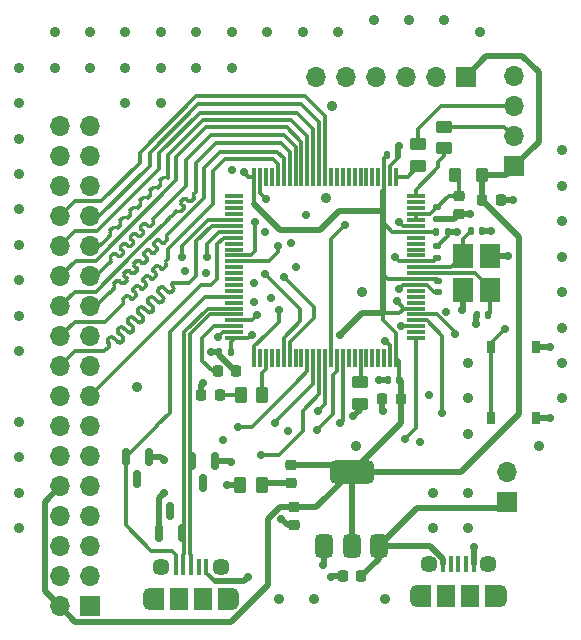
<source format=gbr>
%TF.GenerationSoftware,KiCad,Pcbnew,9.0.0*%
%TF.CreationDate,2025-03-28T00:35:08-07:00*%
%TF.ProjectId,stm32f429vit6_v1,73746d33-3266-4343-9239-766974365f76,rev?*%
%TF.SameCoordinates,Original*%
%TF.FileFunction,Copper,L1,Top*%
%TF.FilePolarity,Positive*%
%FSLAX46Y46*%
G04 Gerber Fmt 4.6, Leading zero omitted, Abs format (unit mm)*
G04 Created by KiCad (PCBNEW 9.0.0) date 2025-03-28 00:35:08*
%MOMM*%
%LPD*%
G01*
G04 APERTURE LIST*
G04 Aperture macros list*
%AMRoundRect*
0 Rectangle with rounded corners*
0 $1 Rounding radius*
0 $2 $3 $4 $5 $6 $7 $8 $9 X,Y pos of 4 corners*
0 Add a 4 corners polygon primitive as box body*
4,1,4,$2,$3,$4,$5,$6,$7,$8,$9,$2,$3,0*
0 Add four circle primitives for the rounded corners*
1,1,$1+$1,$2,$3*
1,1,$1+$1,$4,$5*
1,1,$1+$1,$6,$7*
1,1,$1+$1,$8,$9*
0 Add four rect primitives between the rounded corners*
20,1,$1+$1,$2,$3,$4,$5,0*
20,1,$1+$1,$4,$5,$6,$7,0*
20,1,$1+$1,$6,$7,$8,$9,0*
20,1,$1+$1,$8,$9,$2,$3,0*%
G04 Aperture macros list end*
%TA.AperFunction,ComponentPad*%
%ADD10R,1.700000X1.700000*%
%TD*%
%TA.AperFunction,ComponentPad*%
%ADD11O,1.700000X1.700000*%
%TD*%
%TA.AperFunction,SMDPad,CuDef*%
%ADD12RoundRect,0.150000X-0.150000X0.587500X-0.150000X-0.587500X0.150000X-0.587500X0.150000X0.587500X0*%
%TD*%
%TA.AperFunction,SMDPad,CuDef*%
%ADD13RoundRect,0.150000X0.150000X-0.587500X0.150000X0.587500X-0.150000X0.587500X-0.150000X-0.587500X0*%
%TD*%
%TA.AperFunction,SMDPad,CuDef*%
%ADD14RoundRect,0.218750X-0.218750X-0.256250X0.218750X-0.256250X0.218750X0.256250X-0.218750X0.256250X0*%
%TD*%
%TA.AperFunction,SMDPad,CuDef*%
%ADD15RoundRect,0.140000X-0.170000X0.140000X-0.170000X-0.140000X0.170000X-0.140000X0.170000X0.140000X0*%
%TD*%
%TA.AperFunction,SMDPad,CuDef*%
%ADD16RoundRect,0.225000X-0.250000X0.225000X-0.250000X-0.225000X0.250000X-0.225000X0.250000X0.225000X0*%
%TD*%
%TA.AperFunction,SMDPad,CuDef*%
%ADD17R,0.750000X1.000000*%
%TD*%
%TA.AperFunction,SMDPad,CuDef*%
%ADD18RoundRect,0.250000X0.450000X-0.262500X0.450000X0.262500X-0.450000X0.262500X-0.450000X-0.262500X0*%
%TD*%
%TA.AperFunction,SMDPad,CuDef*%
%ADD19R,0.400000X1.350000*%
%TD*%
%TA.AperFunction,HeatsinkPad*%
%ADD20O,1.200000X1.900000*%
%TD*%
%TA.AperFunction,SMDPad,CuDef*%
%ADD21R,1.200000X1.900000*%
%TD*%
%TA.AperFunction,HeatsinkPad*%
%ADD22C,1.450000*%
%TD*%
%TA.AperFunction,SMDPad,CuDef*%
%ADD23R,1.500000X1.900000*%
%TD*%
%TA.AperFunction,SMDPad,CuDef*%
%ADD24RoundRect,0.140000X0.140000X0.170000X-0.140000X0.170000X-0.140000X-0.170000X0.140000X-0.170000X0*%
%TD*%
%TA.AperFunction,SMDPad,CuDef*%
%ADD25RoundRect,0.250000X-0.262500X-0.450000X0.262500X-0.450000X0.262500X0.450000X-0.262500X0.450000X0*%
%TD*%
%TA.AperFunction,SMDPad,CuDef*%
%ADD26R,1.800000X2.100000*%
%TD*%
%TA.AperFunction,SMDPad,CuDef*%
%ADD27RoundRect,0.225000X0.225000X0.250000X-0.225000X0.250000X-0.225000X-0.250000X0.225000X-0.250000X0*%
%TD*%
%TA.AperFunction,SMDPad,CuDef*%
%ADD28RoundRect,0.218750X0.256250X-0.218750X0.256250X0.218750X-0.256250X0.218750X-0.256250X-0.218750X0*%
%TD*%
%TA.AperFunction,SMDPad,CuDef*%
%ADD29RoundRect,0.140000X-0.140000X-0.170000X0.140000X-0.170000X0.140000X0.170000X-0.140000X0.170000X0*%
%TD*%
%TA.AperFunction,SMDPad,CuDef*%
%ADD30RoundRect,0.225000X-0.225000X-0.250000X0.225000X-0.250000X0.225000X0.250000X-0.225000X0.250000X0*%
%TD*%
%TA.AperFunction,SMDPad,CuDef*%
%ADD31RoundRect,0.375000X0.375000X-0.625000X0.375000X0.625000X-0.375000X0.625000X-0.375000X-0.625000X0*%
%TD*%
%TA.AperFunction,SMDPad,CuDef*%
%ADD32RoundRect,0.500000X1.400000X-0.500000X1.400000X0.500000X-1.400000X0.500000X-1.400000X-0.500000X0*%
%TD*%
%TA.AperFunction,SMDPad,CuDef*%
%ADD33RoundRect,0.250000X-0.275000X-0.350000X0.275000X-0.350000X0.275000X0.350000X-0.275000X0.350000X0*%
%TD*%
%TA.AperFunction,SMDPad,CuDef*%
%ADD34RoundRect,0.250000X0.262500X0.450000X-0.262500X0.450000X-0.262500X-0.450000X0.262500X-0.450000X0*%
%TD*%
%TA.AperFunction,SMDPad,CuDef*%
%ADD35RoundRect,0.075000X0.725000X0.075000X-0.725000X0.075000X-0.725000X-0.075000X0.725000X-0.075000X0*%
%TD*%
%TA.AperFunction,SMDPad,CuDef*%
%ADD36RoundRect,0.075000X0.075000X0.725000X-0.075000X0.725000X-0.075000X-0.725000X0.075000X-0.725000X0*%
%TD*%
%TA.AperFunction,ViaPad*%
%ADD37C,0.700000*%
%TD*%
%TA.AperFunction,ViaPad*%
%ADD38C,0.900000*%
%TD*%
%TA.AperFunction,Conductor*%
%ADD39C,0.300000*%
%TD*%
%TA.AperFunction,Conductor*%
%ADD40C,0.500000*%
%TD*%
G04 APERTURE END LIST*
D10*
%TO.P,J6,1,Pin_1*%
%TO.N,GND*%
X163000000Y-104610000D03*
D11*
%TO.P,J6,2,Pin_2*%
%TO.N,+3.3V*%
X160460000Y-104610000D03*
%TO.P,J6,3,Pin_3*%
%TO.N,/TP_SDO*%
X163000000Y-102070000D03*
%TO.P,J6,4,Pin_4*%
%TO.N,/TP_SDI*%
X160460000Y-102070000D03*
%TO.P,J6,5,Pin_5*%
%TO.N,/TP_SCK*%
X163000000Y-99530000D03*
%TO.P,J6,6,Pin_6*%
%TO.N,/TP_CS*%
X160460000Y-99530000D03*
%TO.P,J6,7,Pin_7*%
%TO.N,/TP_IRQ*%
X163000000Y-96990000D03*
%TO.P,J6,8,Pin_8*%
%TO.N,/BL_PWM*%
X160460000Y-96990000D03*
%TO.P,J6,9,Pin_9*%
%TO.N,GND*%
X163000000Y-94450000D03*
%TO.P,J6,10,Pin_10*%
%TO.N,+3.3V*%
X160460000Y-94450000D03*
%TO.P,J6,11,Pin_11*%
%TO.N,unconnected-(J6-Pin_11-Pad11)*%
X163000000Y-91910000D03*
%TO.P,J6,12,Pin_12*%
%TO.N,/LCD_NRST*%
X160460000Y-91910000D03*
%TO.P,J6,13,Pin_13*%
%TO.N,/FMC_NOE*%
X163000000Y-89370000D03*
%TO.P,J6,14,Pin_14*%
%TO.N,/FMC_NWE*%
X160460000Y-89370000D03*
%TO.P,J6,15,Pin_15*%
%TO.N,/FMC_A16*%
X163000000Y-86830000D03*
%TO.P,J6,16,Pin_16*%
%TO.N,/FMC_NE1*%
X160460000Y-86830000D03*
%TO.P,J6,17,Pin_17*%
%TO.N,/FMC_D15*%
X163000000Y-84290000D03*
%TO.P,J6,18,Pin_18*%
%TO.N,/FMC_D14*%
X160460000Y-84290000D03*
%TO.P,J6,19,Pin_19*%
%TO.N,/FMC_D13*%
X163000000Y-81750000D03*
%TO.P,J6,20,Pin_20*%
%TO.N,/FMC_D12*%
X160460000Y-81750000D03*
%TO.P,J6,21,Pin_21*%
%TO.N,/FMC_D11*%
X163000000Y-79210000D03*
%TO.P,J6,22,Pin_22*%
%TO.N,/FMC_D10*%
X160460000Y-79210000D03*
%TO.P,J6,23,Pin_23*%
%TO.N,/FMC_D9*%
X163000000Y-76670000D03*
%TO.P,J6,24,Pin_24*%
%TO.N,/FMC_D8*%
X160460000Y-76670000D03*
%TO.P,J6,25,Pin_25*%
%TO.N,/FMC_D7*%
X163000000Y-74130000D03*
%TO.P,J6,26,Pin_26*%
%TO.N,/FMC_D6*%
X160460000Y-74130000D03*
%TO.P,J6,27,Pin_27*%
%TO.N,/FMC_D5*%
X163000000Y-71590000D03*
%TO.P,J6,28,Pin_28*%
%TO.N,/FMC_D4*%
X160460000Y-71590000D03*
%TO.P,J6,29,Pin_29*%
%TO.N,/FMC_D3*%
X163000000Y-69050000D03*
%TO.P,J6,30,Pin_30*%
%TO.N,/FMC_D2*%
X160460000Y-69050000D03*
%TO.P,J6,31,Pin_31*%
%TO.N,/FMC_D1*%
X163000000Y-66510000D03*
%TO.P,J6,32,Pin_32*%
%TO.N,/FMC_D0*%
X160460000Y-66510000D03*
%TO.P,J6,33,Pin_33*%
%TO.N,unconnected-(J6-Pin_33-Pad33)*%
X163000000Y-63970000D03*
%TO.P,J6,34,Pin_34*%
%TO.N,unconnected-(J6-Pin_34-Pad34)*%
X160460000Y-63970000D03*
%TD*%
D12*
%TO.P,D4,3*%
%TO.N,N/C*%
X172600000Y-94150000D03*
%TO.P,D4,2,A2*%
%TO.N,/USB_OTG_FS_D+*%
X171650000Y-92275000D03*
%TO.P,D4,1,A1*%
%TO.N,GND*%
X173550000Y-92275000D03*
%TD*%
D13*
%TO.P,D3,3*%
%TO.N,N/C*%
X169800000Y-96525000D03*
%TO.P,D3,2,A2*%
%TO.N,/USB_OTG_FS_D-*%
X170750000Y-98400000D03*
%TO.P,D3,1,A1*%
%TO.N,GND*%
X168850000Y-98400000D03*
%TD*%
D12*
%TO.P,D2,3*%
%TO.N,N/C*%
X167000000Y-93800000D03*
%TO.P,D2,2,A2*%
%TO.N,/USB_OTG_FS_VBUS*%
X166050000Y-91925000D03*
%TO.P,D2,1,A1*%
%TO.N,GND*%
X167950000Y-91925000D03*
%TD*%
D14*
%TO.P,D5,2,A*%
%TO.N,Net-(D5-A)*%
X174000000Y-86750000D03*
%TO.P,D5,1,K*%
%TO.N,GND*%
X172425000Y-86750000D03*
%TD*%
D15*
%TO.P,C9,1*%
%TO.N,+3.3V*%
X192500000Y-77020000D03*
%TO.P,C9,2*%
%TO.N,GND*%
X192500000Y-77980000D03*
%TD*%
D16*
%TO.P,C13,1*%
%TO.N,+3.3V*%
X180250000Y-96200000D03*
%TO.P,C13,2*%
%TO.N,GND*%
X180250000Y-97750000D03*
%TD*%
D17*
%TO.P,SW1,2,2*%
%TO.N,/SWD_NRST*%
X196975000Y-88650000D03*
X196975000Y-82650000D03*
%TO.P,SW1,1,1*%
%TO.N,GND*%
X200725000Y-88650000D03*
X200725000Y-82650000D03*
%TD*%
D18*
%TO.P,R3,1*%
%TO.N,/USART2_TX*%
X193000000Y-65812500D03*
%TO.P,R3,2*%
%TO.N,Net-(J1-Pin_2)*%
X193000000Y-63987500D03*
%TD*%
D19*
%TO.P,J2,1,VBUS*%
%TO.N,/USB_OTG_FS_VBUS*%
X170250000Y-101287500D03*
%TO.P,J2,2,D-*%
%TO.N,/USB_OTG_FS_D-*%
X170900000Y-101287500D03*
%TO.P,J2,3,D+*%
%TO.N,/USB_OTG_FS_D+*%
X171550000Y-101287500D03*
%TO.P,J2,4,ID*%
%TO.N,unconnected-(J2-ID-Pad4)*%
X172200000Y-101287500D03*
%TO.P,J2,5,GND*%
%TO.N,GND*%
X172850000Y-101287500D03*
D20*
%TO.P,J2,6,Shield*%
%TO.N,unconnected-(J2-Shield-Pad6)_5*%
X168050000Y-103987500D03*
D21*
%TO.N,unconnected-(J2-Shield-Pad6)_1*%
X168650000Y-103987500D03*
D22*
%TO.N,unconnected-(J2-Shield-Pad6)*%
X169050000Y-101287500D03*
D23*
%TO.N,unconnected-(J2-Shield-Pad6)_7*%
X170550000Y-103987500D03*
%TO.N,unconnected-(J2-Shield-Pad6)_6*%
X172550000Y-103987500D03*
D22*
%TO.N,unconnected-(J2-Shield-Pad6)_4*%
X174050000Y-101287500D03*
D21*
%TO.N,unconnected-(J2-Shield-Pad6)_2*%
X174450000Y-103987500D03*
D20*
%TO.N,unconnected-(J2-Shield-Pad6)_3*%
X175050000Y-103987500D03*
%TD*%
D24*
%TO.P,C15,1*%
%TO.N,/HSE_IN*%
X196700000Y-79930000D03*
%TO.P,C15,2*%
%TO.N,GND*%
X195740000Y-79930000D03*
%TD*%
D18*
%TO.P,R2,1*%
%TO.N,GND*%
X185850000Y-87462500D03*
%TO.P,R2,2*%
%TO.N,/BOOT0*%
X185850000Y-85637500D03*
%TD*%
D25*
%TO.P,R5,1*%
%TO.N,Net-(D5-A)*%
X175750000Y-86750000D03*
%TO.P,R5,2*%
%TO.N,/DEBUG_LED*%
X177575000Y-86750000D03*
%TD*%
D26*
%TO.P,Y1,1,1*%
%TO.N,/HSE_IN*%
X196850000Y-77800000D03*
%TO.P,Y1,2,2*%
%TO.N,GND*%
X196850000Y-74900000D03*
%TO.P,Y1,3,3*%
%TO.N,/HSE_OUT*%
X194550000Y-74900000D03*
%TO.P,Y1,4,4*%
%TO.N,GND*%
X194550000Y-77800000D03*
%TD*%
D16*
%TO.P,C2,1*%
%TO.N,+3.3VA*%
X194200000Y-69850000D03*
%TO.P,C2,2*%
%TO.N,GND*%
X194200000Y-71400000D03*
%TD*%
D27*
%TO.P,C12,1*%
%TO.N,+5V*%
X185975000Y-102050000D03*
%TO.P,C12,2*%
%TO.N,GND*%
X184425000Y-102050000D03*
%TD*%
D28*
%TO.P,D1,1,K*%
%TO.N,Net-(D1-K)*%
X180050000Y-94187500D03*
%TO.P,D1,2,A*%
%TO.N,+3.3V*%
X180050000Y-92612500D03*
%TD*%
D15*
%TO.P,C14,1*%
%TO.N,GND*%
X192400000Y-74120000D03*
%TO.P,C14,2*%
%TO.N,/SWD_NRST*%
X192400000Y-75080000D03*
%TD*%
D29*
%TO.P,C16,1*%
%TO.N,/HSE_OUT*%
X195240000Y-72800000D03*
%TO.P,C16,2*%
%TO.N,GND*%
X196200000Y-72800000D03*
%TD*%
D30*
%TO.P,C18,1*%
%TO.N,/VCAP2*%
X173825000Y-84700000D03*
%TO.P,C18,2*%
%TO.N,GND*%
X175375000Y-84700000D03*
%TD*%
D19*
%TO.P,J4,1,VBUS*%
%TO.N,+5V*%
X192870000Y-101040000D03*
%TO.P,J4,2,D-*%
%TO.N,unconnected-(J4-D--Pad2)*%
X193520000Y-101040000D03*
%TO.P,J4,3,D+*%
%TO.N,unconnected-(J4-D+-Pad3)*%
X194170000Y-101040000D03*
%TO.P,J4,4,ID*%
%TO.N,unconnected-(J4-ID-Pad4)*%
X194820000Y-101040000D03*
%TO.P,J4,5,GND*%
%TO.N,GND*%
X195470000Y-101040000D03*
D20*
%TO.P,J4,6,Shield*%
%TO.N,unconnected-(J4-Shield-Pad6)_4*%
X190670000Y-103740000D03*
D21*
%TO.N,unconnected-(J4-Shield-Pad6)_7*%
X191270000Y-103740000D03*
D22*
%TO.N,unconnected-(J4-Shield-Pad6)_3*%
X191670000Y-101040000D03*
D23*
%TO.N,unconnected-(J4-Shield-Pad6)_6*%
X193170000Y-103740000D03*
%TO.N,unconnected-(J4-Shield-Pad6)*%
X195170000Y-103740000D03*
D22*
%TO.N,unconnected-(J4-Shield-Pad6)_5*%
X196670000Y-101040000D03*
D21*
%TO.N,unconnected-(J4-Shield-Pad6)_1*%
X197070000Y-103740000D03*
D20*
%TO.N,unconnected-(J4-Shield-Pad6)_2*%
X197670000Y-103740000D03*
%TD*%
D31*
%TO.P,U1,1,GND*%
%TO.N,GND*%
X182850000Y-99500000D03*
%TO.P,U1,2,VO*%
%TO.N,+3.3V*%
X185150000Y-99500000D03*
D32*
X185150000Y-93200000D03*
D31*
%TO.P,U1,3,VI*%
%TO.N,+5V*%
X187450000Y-99500000D03*
%TD*%
D29*
%TO.P,C4,1*%
%TO.N,+3.3V*%
X188120000Y-66400000D03*
%TO.P,C4,2*%
%TO.N,GND*%
X189080000Y-66400000D03*
%TD*%
D15*
%TO.P,C1,1*%
%TO.N,+3.3VA*%
X192400000Y-70820000D03*
%TO.P,C1,2*%
%TO.N,GND*%
X192400000Y-71780000D03*
%TD*%
D10*
%TO.P,J5,1,Pin_1*%
%TO.N,+5V*%
X198300000Y-95775000D03*
D11*
%TO.P,J5,2,Pin_2*%
%TO.N,GND*%
X198300000Y-93235000D03*
%TD*%
D24*
%TO.P,C7,1*%
%TO.N,+3.3V*%
X189160000Y-85400000D03*
%TO.P,C7,2*%
%TO.N,GND*%
X188200000Y-85400000D03*
%TD*%
D10*
%TO.P,J3,1,Pin_1*%
%TO.N,+3.3V*%
X194800000Y-59750000D03*
D11*
%TO.P,J3,2,Pin_2*%
%TO.N,/SWD_NRST*%
X192260000Y-59750000D03*
%TO.P,J3,3,Pin_3*%
%TO.N,/SWDIO*%
X189720000Y-59750000D03*
%TO.P,J3,4,Pin_4*%
%TO.N,/SWDCLK*%
X187180000Y-59750000D03*
%TO.P,J3,5,Pin_5*%
%TO.N,/SWDO*%
X184640000Y-59750000D03*
%TO.P,J3,6,Pin_6*%
%TO.N,GND*%
X182100000Y-59750000D03*
%TD*%
D10*
%TO.P,J1,1,Pin_1*%
%TO.N,+3.3V*%
X198900000Y-67350000D03*
D11*
%TO.P,J1,2,Pin_2*%
%TO.N,Net-(J1-Pin_2)*%
X198900000Y-64810000D03*
%TO.P,J1,3,Pin_3*%
%TO.N,Net-(J1-Pin_3)*%
X198900000Y-62270000D03*
%TO.P,J1,4,Pin_4*%
%TO.N,GND*%
X198900000Y-59730000D03*
%TD*%
D24*
%TO.P,C6,1*%
%TO.N,+3.3V*%
X174900000Y-83100000D03*
%TO.P,C6,2*%
%TO.N,GND*%
X173940000Y-83100000D03*
%TD*%
D29*
%TO.P,C10,1*%
%TO.N,+3.3V*%
X192320000Y-72900000D03*
%TO.P,C10,2*%
%TO.N,GND*%
X193280000Y-72900000D03*
%TD*%
D30*
%TO.P,C3,1*%
%TO.N,+3.3V*%
X196225000Y-70200000D03*
%TO.P,C3,2*%
%TO.N,GND*%
X197775000Y-70200000D03*
%TD*%
D33*
%TO.P,FB1,1*%
%TO.N,+3.3VA*%
X193900000Y-68050000D03*
%TO.P,FB1,2*%
%TO.N,+3.3V*%
X196200000Y-68050000D03*
%TD*%
D27*
%TO.P,C11,1*%
%TO.N,+3.3V*%
X189300000Y-87050000D03*
%TO.P,C11,2*%
%TO.N,GND*%
X187750000Y-87050000D03*
%TD*%
D18*
%TO.P,R4,1*%
%TO.N,/USART2_RX*%
X190800000Y-67300000D03*
%TO.P,R4,2*%
%TO.N,Net-(J1-Pin_3)*%
X190800000Y-65475000D03*
%TD*%
D34*
%TO.P,R1,1*%
%TO.N,Net-(D1-K)*%
X177525000Y-94300000D03*
%TO.P,R1,2*%
%TO.N,GND*%
X175700000Y-94300000D03*
%TD*%
D35*
%TO.P,U2,1,PE2*%
%TO.N,/TP_SCK*%
X190575000Y-81890000D03*
%TO.P,U2,2,PE3*%
%TO.N,unconnected-(U2-PE3-Pad2)*%
X190575000Y-81390000D03*
%TO.P,U2,3,PE4*%
%TO.N,/TP_CS*%
X190575000Y-80890000D03*
%TO.P,U2,4,PE5*%
%TO.N,/TP_SDO*%
X190575000Y-80390000D03*
%TO.P,U2,5,PE6*%
%TO.N,/TP_SDI*%
X190575000Y-79890000D03*
%TO.P,U2,6,VBAT*%
%TO.N,+3.3V*%
X190575000Y-79390000D03*
%TO.P,U2,7,PC13*%
%TO.N,unconnected-(U2-PC13-Pad7)*%
X190575000Y-78890000D03*
%TO.P,U2,8,PC14*%
%TO.N,unconnected-(U2-PC14-Pad8)*%
X190575000Y-78390000D03*
%TO.P,U2,9,PC15*%
%TO.N,unconnected-(U2-PC15-Pad9)*%
X190575000Y-77890000D03*
%TO.P,U2,10,VSS*%
%TO.N,GND*%
X190575000Y-77390000D03*
%TO.P,U2,11,VDD*%
%TO.N,+3.3V*%
X190575000Y-76890000D03*
%TO.P,U2,12,PH0*%
%TO.N,/HSE_IN*%
X190575000Y-76390000D03*
%TO.P,U2,13,PH1*%
%TO.N,/HSE_OUT*%
X190575000Y-75890000D03*
%TO.P,U2,14,NRST*%
%TO.N,/SWD_NRST*%
X190575000Y-75390000D03*
%TO.P,U2,15,PC0*%
%TO.N,unconnected-(U2-PC0-Pad15)*%
X190575000Y-74890000D03*
%TO.P,U2,16,PC1*%
%TO.N,unconnected-(U2-PC1-Pad16)*%
X190575000Y-74390000D03*
%TO.P,U2,17,PC2*%
%TO.N,unconnected-(U2-PC2-Pad17)*%
X190575000Y-73890000D03*
%TO.P,U2,18,PC3*%
%TO.N,unconnected-(U2-PC3-Pad18)*%
X190575000Y-73390000D03*
%TO.P,U2,19,VDD*%
%TO.N,+3.3V*%
X190575000Y-72890000D03*
%TO.P,U2,20,VSSA*%
%TO.N,GND*%
X190575000Y-72390000D03*
%TO.P,U2,21,VREF+*%
%TO.N,+3.3VA*%
X190575000Y-71890000D03*
%TO.P,U2,22,VDDA*%
X190575000Y-71390000D03*
%TO.P,U2,23,PA0*%
%TO.N,unconnected-(U2-PA0-Pad23)*%
X190575000Y-70890000D03*
%TO.P,U2,24,PA1*%
%TO.N,unconnected-(U2-PA1-Pad24)*%
X190575000Y-70390000D03*
%TO.P,U2,25,PA2*%
%TO.N,/USART2_TX*%
X190575000Y-69890000D03*
D36*
%TO.P,U2,26,PA3*%
%TO.N,/USART2_RX*%
X188900000Y-68215000D03*
%TO.P,U2,27,VSS*%
%TO.N,GND*%
X188400000Y-68215000D03*
%TO.P,U2,28,VDD*%
%TO.N,+3.3V*%
X187900000Y-68215000D03*
%TO.P,U2,29,PA4*%
%TO.N,unconnected-(U2-PA4-Pad29)*%
X187400000Y-68215000D03*
%TO.P,U2,30,PA5*%
%TO.N,unconnected-(U2-PA5-Pad30)*%
X186900000Y-68215000D03*
%TO.P,U2,31,PA6*%
%TO.N,unconnected-(U2-PA6-Pad31)*%
X186400000Y-68215000D03*
%TO.P,U2,32,PA7*%
%TO.N,unconnected-(U2-PA7-Pad32)*%
X185900000Y-68215000D03*
%TO.P,U2,33,PC4*%
%TO.N,unconnected-(U2-PC4-Pad33)*%
X185400000Y-68215000D03*
%TO.P,U2,34,PC5*%
%TO.N,unconnected-(U2-PC5-Pad34)*%
X184900000Y-68215000D03*
%TO.P,U2,35,PB0*%
%TO.N,unconnected-(U2-PB0-Pad35)*%
X184400000Y-68215000D03*
%TO.P,U2,36,PB1*%
%TO.N,unconnected-(U2-PB1-Pad36)*%
X183900000Y-68215000D03*
%TO.P,U2,37,PB2*%
%TO.N,unconnected-(U2-PB2-Pad37)*%
X183400000Y-68215000D03*
%TO.P,U2,38,PE7*%
%TO.N,/FMC_D4*%
X182900000Y-68215000D03*
%TO.P,U2,39,PE8*%
%TO.N,/FMC_D5*%
X182400000Y-68215000D03*
%TO.P,U2,40,PE9*%
%TO.N,/FMC_D6*%
X181900000Y-68215000D03*
%TO.P,U2,41,PE10*%
%TO.N,/FMC_D7*%
X181400000Y-68215000D03*
%TO.P,U2,42,PE11*%
%TO.N,/FMC_D8*%
X180900000Y-68215000D03*
%TO.P,U2,43,PE12*%
%TO.N,/FMC_D9*%
X180400000Y-68215000D03*
%TO.P,U2,44,PE13*%
%TO.N,/FMC_D10*%
X179900000Y-68215000D03*
%TO.P,U2,45,PE14*%
%TO.N,/FMC_D11*%
X179400000Y-68215000D03*
%TO.P,U2,46,PE15*%
%TO.N,/FMC_D12*%
X178900000Y-68215000D03*
%TO.P,U2,47,PB10*%
%TO.N,unconnected-(U2-PB10-Pad47)*%
X178400000Y-68215000D03*
%TO.P,U2,48,PB11*%
%TO.N,unconnected-(U2-PB11-Pad48)*%
X177900000Y-68215000D03*
%TO.P,U2,49,VCAP_1*%
%TO.N,/VCAP1*%
X177400000Y-68215000D03*
%TO.P,U2,50,VDD*%
%TO.N,+3.3V*%
X176900000Y-68215000D03*
D35*
%TO.P,U2,51,PB12*%
%TO.N,unconnected-(U2-PB12-Pad51)*%
X175225000Y-69890000D03*
%TO.P,U2,52,PB13*%
%TO.N,unconnected-(U2-PB13-Pad52)*%
X175225000Y-70390000D03*
%TO.P,U2,53,PB14*%
%TO.N,unconnected-(U2-PB14-Pad53)*%
X175225000Y-70890000D03*
%TO.P,U2,54,PB15*%
%TO.N,unconnected-(U2-PB15-Pad54)*%
X175225000Y-71390000D03*
%TO.P,U2,55,PD8*%
%TO.N,/FMC_D13*%
X175225000Y-71890000D03*
%TO.P,U2,56,PD9*%
%TO.N,/FMC_D14*%
X175225000Y-72390000D03*
%TO.P,U2,57,PD10*%
%TO.N,/FMC_D15*%
X175225000Y-72890000D03*
%TO.P,U2,58,PD11*%
%TO.N,/FMC_A16*%
X175225000Y-73390000D03*
%TO.P,U2,59,PD12*%
%TO.N,unconnected-(U2-PD12-Pad59)*%
X175225000Y-73890000D03*
%TO.P,U2,60,PD13*%
%TO.N,unconnected-(U2-PD13-Pad60)*%
X175225000Y-74390000D03*
%TO.P,U2,61,PD14*%
%TO.N,/FMC_D0*%
X175225000Y-74890000D03*
%TO.P,U2,62,PD15*%
%TO.N,/FMC_D1*%
X175225000Y-75390000D03*
%TO.P,U2,63,PC6*%
%TO.N,unconnected-(U2-PC6-Pad63)*%
X175225000Y-75890000D03*
%TO.P,U2,64,PC7*%
%TO.N,unconnected-(U2-PC7-Pad64)*%
X175225000Y-76390000D03*
%TO.P,U2,65,PC8*%
%TO.N,unconnected-(U2-PC8-Pad65)*%
X175225000Y-76890000D03*
%TO.P,U2,66,PC9*%
%TO.N,unconnected-(U2-PC9-Pad66)*%
X175225000Y-77390000D03*
%TO.P,U2,67,PA8*%
%TO.N,unconnected-(U2-PA8-Pad67)*%
X175225000Y-77890000D03*
%TO.P,U2,68,PA9*%
%TO.N,/USB_OTG_FS_VBUS*%
X175225000Y-78390000D03*
%TO.P,U2,69,PA10*%
%TO.N,unconnected-(U2-PA10-Pad69)*%
X175225000Y-78890000D03*
%TO.P,U2,70,PA11*%
%TO.N,/USB_OTG_FS_D-*%
X175225000Y-79390000D03*
%TO.P,U2,71,PA12*%
%TO.N,/USB_OTG_FS_D+*%
X175225000Y-79890000D03*
%TO.P,U2,72,PA13*%
%TO.N,/SWDIO*%
X175225000Y-80390000D03*
%TO.P,U2,73,VCAP_2*%
%TO.N,/VCAP2*%
X175225000Y-80890000D03*
%TO.P,U2,74,VSS*%
%TO.N,GND*%
X175225000Y-81390000D03*
%TO.P,U2,75,VDD*%
%TO.N,+3.3V*%
X175225000Y-81890000D03*
D36*
%TO.P,U2,76,PA14*%
%TO.N,/SWDCLK*%
X176900000Y-83565000D03*
%TO.P,U2,77,PA15*%
%TO.N,unconnected-(U2-PA15-Pad77)*%
X177400000Y-83565000D03*
%TO.P,U2,78,PC10*%
%TO.N,/DEBUG_LED*%
X177900000Y-83565000D03*
%TO.P,U2,79,PC11*%
%TO.N,unconnected-(U2-PC11-Pad79)*%
X178400000Y-83565000D03*
%TO.P,U2,80,PC12*%
%TO.N,unconnected-(U2-PC12-Pad80)*%
X178900000Y-83565000D03*
%TO.P,U2,81,PD0*%
%TO.N,/FMC_D2*%
X179400000Y-83565000D03*
%TO.P,U2,82,PD1*%
%TO.N,/FMC_D3*%
X179900000Y-83565000D03*
%TO.P,U2,83,PD2*%
%TO.N,unconnected-(U2-PD2-Pad83)*%
X180400000Y-83565000D03*
%TO.P,U2,84,PD3*%
%TO.N,unconnected-(U2-PD3-Pad84)*%
X180900000Y-83565000D03*
%TO.P,U2,85,PD4*%
%TO.N,/FMC_NOE*%
X181400000Y-83565000D03*
%TO.P,U2,86,PD5*%
%TO.N,/FMC_NWE*%
X181900000Y-83565000D03*
%TO.P,U2,87,PD6*%
%TO.N,/LCD_NRST*%
X182400000Y-83565000D03*
%TO.P,U2,88,PD7*%
%TO.N,/FMC_NE1*%
X182900000Y-83565000D03*
%TO.P,U2,89,PB3*%
%TO.N,/SWDO*%
X183400000Y-83565000D03*
%TO.P,U2,90,PB4*%
%TO.N,/BL_PWM*%
X183900000Y-83565000D03*
%TO.P,U2,91,PB5*%
%TO.N,/TP_IRQ*%
X184400000Y-83565000D03*
%TO.P,U2,92,PB6*%
%TO.N,unconnected-(U2-PB6-Pad92)*%
X184900000Y-83565000D03*
%TO.P,U2,93,PB7*%
%TO.N,unconnected-(U2-PB7-Pad93)*%
X185400000Y-83565000D03*
%TO.P,U2,94,BOOT0*%
%TO.N,/BOOT0*%
X185900000Y-83565000D03*
%TO.P,U2,95,PB8*%
%TO.N,unconnected-(U2-PB8-Pad95)*%
X186400000Y-83565000D03*
%TO.P,U2,96,PB9*%
%TO.N,unconnected-(U2-PB9-Pad96)*%
X186900000Y-83565000D03*
%TO.P,U2,97,PE0*%
%TO.N,unconnected-(U2-PE0-Pad97)*%
X187400000Y-83565000D03*
%TO.P,U2,98,PE1*%
%TO.N,unconnected-(U2-PE1-Pad98)*%
X187900000Y-83565000D03*
%TO.P,U2,99,VSS*%
%TO.N,GND*%
X188400000Y-83565000D03*
%TO.P,U2,100,VDD*%
%TO.N,+3.3V*%
X188900000Y-83565000D03*
%TD*%
D37*
%TO.N,GND*%
X181250000Y-71450000D03*
X174250000Y-90500000D03*
X179750000Y-89750000D03*
D38*
X185500000Y-91000000D03*
X183500000Y-62250000D03*
X183000000Y-70000000D03*
X167000000Y-86000000D03*
X186000000Y-78000000D03*
X195000000Y-90000000D03*
X195000000Y-87000000D03*
X195000000Y-84000000D03*
X203000000Y-66000000D03*
X203000000Y-69000000D03*
X203000000Y-72000000D03*
X203000000Y-75000000D03*
X203000000Y-78000000D03*
X203000000Y-81000000D03*
X203000000Y-84000000D03*
X203000000Y-87000000D03*
X201000000Y-91000000D03*
X195000000Y-95000000D03*
X192000000Y-95000000D03*
X195000000Y-98000000D03*
X192000000Y-98000000D03*
X188000000Y-104000000D03*
X182000000Y-104000000D03*
X179000000Y-104000000D03*
X157000000Y-98000000D03*
X157000000Y-95000000D03*
X157000000Y-92000000D03*
X157000000Y-89000000D03*
X157000000Y-83000000D03*
X157000000Y-80000000D03*
X157000000Y-77000000D03*
X157000000Y-74000000D03*
X157000000Y-71000000D03*
X157000000Y-68000000D03*
X157000000Y-65000000D03*
X157000000Y-62000000D03*
X157000000Y-59000000D03*
X166000000Y-62000000D03*
X169000000Y-62000000D03*
X175000000Y-59000000D03*
X172000000Y-59000000D03*
X169000000Y-59000000D03*
X166000000Y-59000000D03*
X163000000Y-59000000D03*
X160000000Y-59000000D03*
X196000000Y-56000000D03*
X193000000Y-55000000D03*
X190000000Y-55000000D03*
X187000000Y-55000000D03*
X184000000Y-56000000D03*
X181000000Y-56000000D03*
X178000000Y-56000000D03*
X175000000Y-56000000D03*
X172000000Y-56000000D03*
X169000000Y-56000000D03*
X166000000Y-56000000D03*
X163000000Y-56000000D03*
X160000000Y-56000000D03*
D37*
%TO.N,/FMC_NWE*%
X178700000Y-89050000D03*
%TO.N,/BL_PWM*%
X182200000Y-89700000D03*
%TO.N,/SWD_NRST*%
X198150000Y-81150000D03*
%TO.N,/TP_SDI*%
X193900000Y-81550000D03*
%TO.N,/SWDIO*%
X177150000Y-79950000D03*
%TO.N,GND*%
X178350000Y-78500000D03*
X176900000Y-78800000D03*
%TO.N,/SWDCLK*%
X179000000Y-79500000D03*
%TO.N,/FMC_D2*%
X177800000Y-76450000D03*
%TO.N,/FMC_D3*%
X179434052Y-76755407D03*
%TO.N,/TP_SDO*%
X192800000Y-88200000D03*
%TO.N,GND*%
X191700000Y-86750000D03*
X190900000Y-90650000D03*
X176900000Y-77250000D03*
X180450000Y-75850000D03*
X180000000Y-73800000D03*
%TO.N,/FMC_D1*%
X178950000Y-74100000D03*
%TO.N,GND*%
X177800000Y-72900000D03*
X172800000Y-76400000D03*
X171000000Y-76200000D03*
X198800000Y-70200000D03*
X195200000Y-71400000D03*
%TO.N,+3.3V*%
X184200000Y-81600000D03*
%TO.N,GND*%
X195700000Y-80670000D03*
X183400000Y-102100000D03*
X185300000Y-88500000D03*
X176400000Y-102100000D03*
X194500000Y-79550000D03*
X198400000Y-74950000D03*
X174600000Y-94300000D03*
X201950000Y-82650000D03*
X187800000Y-88100000D03*
X189200000Y-65650000D03*
X169300000Y-92200000D03*
X182700000Y-101100000D03*
X201950000Y-88650000D03*
X188000000Y-82100000D03*
X179200000Y-97200000D03*
X173875057Y-81799638D03*
X189200000Y-72100000D03*
X169300000Y-95000000D03*
X189200000Y-77700000D03*
X173200000Y-83100000D03*
X195500000Y-99600000D03*
X174900000Y-92400000D03*
X187460000Y-85400000D03*
X172600000Y-85700000D03*
X175000000Y-67700000D03*
X196940000Y-72800000D03*
X194040000Y-72900000D03*
%TO.N,+3.3V*%
X176000000Y-67800000D03*
X176700000Y-81600000D03*
X189000000Y-78750000D03*
%TO.N,/SWD_NRST*%
X188800000Y-75000000D03*
%TO.N,/VCAP1*%
X177900000Y-70100000D03*
%TO.N,/FMC_NOE*%
X175500000Y-89400000D03*
%TO.N,/LCD_NRST*%
X177500000Y-91800000D03*
%TO.N,/FMC_D13*%
X170750000Y-75000000D03*
%TO.N,/TP_IRQ*%
X184200000Y-89100000D03*
%TO.N,/FMC_NE1*%
X182300000Y-88100000D03*
%TO.N,/FMC_D15*%
X172900000Y-75000000D03*
%TO.N,/TP_SCK*%
X189650000Y-90450000D03*
%TO.N,/TP_CS*%
X189300000Y-80900000D03*
%TO.N,/FMC_D0*%
X177000000Y-72100000D03*
%TO.N,/SWDO*%
X184600000Y-72300000D03*
%TO.N,GND*%
X193144975Y-79655025D03*
%TD*%
D39*
%TO.N,/LCD_NRST*%
X179000000Y-91750000D02*
X177550000Y-91750000D01*
X181000000Y-89750000D02*
X179000000Y-91750000D01*
X181000000Y-88050000D02*
X181000000Y-89750000D01*
X182400000Y-86650000D02*
X181000000Y-88050000D01*
X182400000Y-83565000D02*
X182400000Y-86650000D01*
X177550000Y-91750000D02*
X177500000Y-91800000D01*
%TO.N,/FMC_NWE*%
X178700000Y-89000000D02*
X178700000Y-89050000D01*
X181800000Y-85900000D02*
X178700000Y-89000000D01*
%TO.N,/FMC_D12*%
X166665734Y-77922131D02*
X166771800Y-78028197D01*
X168150665Y-76861470D02*
X168044599Y-76755404D01*
X178900000Y-67150000D02*
X178500000Y-66750000D01*
X167726399Y-77497867D02*
X167514266Y-77710001D01*
X167196068Y-77603935D02*
X167196066Y-77603934D01*
X168893128Y-75906872D02*
X168787061Y-75800805D01*
X168574930Y-76649336D02*
X168362797Y-76861470D01*
X173400000Y-70508472D02*
X169600000Y-74308472D01*
X166771801Y-78028199D02*
X166877868Y-78134266D01*
X165817203Y-78982794D02*
X165605072Y-79194927D01*
X165104065Y-79695935D02*
X164300000Y-80500000D01*
X168468862Y-76331135D02*
X168468863Y-76331137D01*
X166877868Y-78346398D02*
X166665735Y-78558532D01*
X169600000Y-74308472D02*
X169600000Y-75200000D01*
X167620331Y-77179666D02*
X167620332Y-77179668D01*
X178500000Y-66750000D02*
X174400000Y-66750000D01*
X167514265Y-77073600D02*
X167620331Y-77179666D01*
X166453603Y-78558532D02*
X166347537Y-78452466D01*
X166347535Y-78452465D02*
X166241468Y-78346398D01*
X168044597Y-76755403D02*
X167938530Y-76649336D01*
X166029336Y-78346398D02*
X165817203Y-78558530D01*
X168468863Y-76331137D02*
X168574930Y-76437204D01*
X167726398Y-76649336D02*
X167514265Y-76861468D01*
X168362796Y-76225069D02*
X168468862Y-76331135D01*
X167302134Y-77710001D02*
X167196068Y-77603935D01*
X161710000Y-80500000D02*
X160460000Y-81750000D01*
X169600000Y-75200000D02*
X169423461Y-75376539D01*
X165605072Y-79194927D02*
X165104065Y-79695935D01*
X164300000Y-80500000D02*
X161710000Y-80500000D01*
X168044599Y-76755404D02*
X168044597Y-76755403D01*
X178900000Y-68215000D02*
X178900000Y-67150000D01*
X166771800Y-78028197D02*
X166771801Y-78028199D01*
X167620332Y-77179668D02*
X167726399Y-77285735D01*
X169423461Y-75800805D02*
X169211328Y-76012939D01*
X168893130Y-75906873D02*
X168893128Y-75906872D01*
X166877867Y-77497867D02*
X166665734Y-77709999D01*
X168574929Y-75800805D02*
X168362796Y-76012937D01*
X174400000Y-66750000D02*
X173400000Y-67750000D01*
X173400000Y-67750000D02*
X173400000Y-70508472D01*
X168999196Y-76012939D02*
X168893130Y-75906873D01*
X167196066Y-77603934D02*
X167089999Y-77497867D01*
X166347537Y-78452466D02*
X166347535Y-78452465D01*
X165817203Y-78558530D02*
G75*
G03*
X165817199Y-78770666I106097J-106070D01*
G01*
X167514266Y-77710001D02*
G75*
G02*
X167302134Y-77710001I-106066J106066D01*
G01*
X167514265Y-76861468D02*
G75*
G03*
X167514299Y-77073566I106035J-106032D01*
G01*
X166665735Y-78558532D02*
G75*
G02*
X166453603Y-78558532I-106066J106066D01*
G01*
X167089999Y-77497867D02*
G75*
G03*
X166877867Y-77497867I-106066J-106066D01*
G01*
X169211328Y-76012939D02*
G75*
G02*
X168999196Y-76012939I-106066J106066D01*
G01*
X166665734Y-77709999D02*
G75*
G03*
X166665699Y-77922166I106066J-106101D01*
G01*
X168362797Y-76861470D02*
G75*
G02*
X168150665Y-76861470I-106066J106066D01*
G01*
X169423461Y-75376539D02*
G75*
G03*
X169423466Y-75588666I106039J-106061D01*
G01*
X166241468Y-78346398D02*
G75*
G03*
X166029336Y-78346398I-106066J-106066D01*
G01*
X167726399Y-77285735D02*
G75*
G02*
X167726398Y-77497866I-106099J-106065D01*
G01*
X168362796Y-76012937D02*
G75*
G03*
X168362799Y-76225066I106104J-106063D01*
G01*
X168574930Y-76437204D02*
G75*
G02*
X168574960Y-76649366I-106030J-106096D01*
G01*
X167938530Y-76649336D02*
G75*
G03*
X167726398Y-76649336I-106066J-106066D01*
G01*
X169423460Y-75588673D02*
G75*
G02*
X169423422Y-75800765I-106060J-106027D01*
G01*
X168787061Y-75800805D02*
G75*
G03*
X168574929Y-75800805I-106066J-106066D01*
G01*
X165817203Y-78770662D02*
G75*
G02*
X165817175Y-78982766I-106103J-106038D01*
G01*
X166877868Y-78134266D02*
G75*
G02*
X166877836Y-78346366I-106068J-106034D01*
G01*
%TO.N,/BL_PWM*%
X182200000Y-89650000D02*
X182200000Y-89700000D01*
X183550000Y-88300000D02*
X182200000Y-89650000D01*
%TO.N,/SWD_NRST*%
X196975000Y-82325000D02*
X198150000Y-81150000D01*
X196975000Y-82650000D02*
X196975000Y-82325000D01*
%TO.N,/TP_SDI*%
X193900000Y-81400000D02*
X193900000Y-81550000D01*
X192390000Y-79890000D02*
X193900000Y-81400000D01*
%TO.N,/LCD_NRST*%
X177500000Y-91650000D02*
X177500000Y-91800000D01*
D40*
%TO.N,+3.3V*%
X199350000Y-73325000D02*
X196225000Y-70200000D01*
X199350000Y-88300000D02*
X199350000Y-73325000D01*
X194450000Y-93200000D02*
X199350000Y-88300000D01*
X185150000Y-93200000D02*
X194450000Y-93200000D01*
D39*
%TO.N,/SWDIO*%
X176390000Y-80390000D02*
X176710000Y-80390000D01*
X176710000Y-80390000D02*
X177150000Y-79950000D01*
%TO.N,/SWDCLK*%
X179000000Y-80500000D02*
X179000000Y-79500000D01*
X177900000Y-81600000D02*
X179000000Y-80500000D01*
%TO.N,/FMC_D2*%
X180750000Y-79450000D02*
X177800000Y-76500000D01*
X180800000Y-80450000D02*
X180800000Y-79500000D01*
X177800000Y-76500000D02*
X177800000Y-76450000D01*
X179400000Y-81850000D02*
X180800000Y-80450000D01*
X180800000Y-79500000D02*
X180750000Y-79450000D01*
X179400000Y-82350000D02*
X179400000Y-81850000D01*
%TO.N,/FMC_D3*%
X181950000Y-79271355D02*
X179434052Y-76755407D01*
X181950000Y-80150000D02*
X181950000Y-79271355D01*
X179900000Y-82200000D02*
X181950000Y-80150000D01*
X179900000Y-82650000D02*
X179900000Y-82200000D01*
%TO.N,/TP_SDO*%
X192800000Y-81700000D02*
X192800000Y-88200000D01*
X191490000Y-80390000D02*
X192800000Y-81700000D01*
X190575000Y-80390000D02*
X191490000Y-80390000D01*
%TO.N,/FMC_D1*%
X178950000Y-74600000D02*
X178950000Y-74100000D01*
X178750000Y-74800000D02*
X178950000Y-74600000D01*
X178160000Y-75390000D02*
X178750000Y-74800000D01*
X177310000Y-75390000D02*
X178160000Y-75390000D01*
%TO.N,/FMC_D14*%
X164979527Y-81852777D02*
G75*
G03*
X164640115Y-81852777I-169706J-169704D01*
G01*
X164569404Y-82291183D02*
G75*
G02*
X164569416Y-82630605I-169704J-169717D01*
G01*
X165686636Y-82220473D02*
G75*
G02*
X165347224Y-82220473I-169706J169708D01*
G01*
X165403793Y-81089098D02*
G75*
G03*
X165403797Y-81428506I169707J-169702D01*
G01*
X167383698Y-80523411D02*
G75*
G02*
X167044286Y-80523411I-169706J169708D01*
G01*
X167949386Y-78543505D02*
G75*
G03*
X167949397Y-78882906I169714J-169695D01*
G01*
X165828058Y-81004246D02*
G75*
G03*
X165488646Y-81004246I-169706J-169704D01*
G01*
X166535167Y-81371942D02*
G75*
G02*
X166195755Y-81371942I-169706J169708D01*
G01*
X166252324Y-80240567D02*
G75*
G03*
X166252297Y-80580006I169676J-169733D01*
G01*
X169222182Y-77610122D02*
G75*
G03*
X168882770Y-77610122I-169706J-169704D01*
G01*
X170000000Y-77200000D02*
G75*
G03*
X170000006Y-77539406I169700J-169700D01*
G01*
X167525120Y-79307184D02*
G75*
G03*
X167185708Y-79307184I-169706J-169704D01*
G01*
X168317082Y-79250614D02*
G75*
G02*
X168317062Y-79590006I-169682J-169686D01*
G01*
X165771489Y-81796207D02*
G75*
G02*
X165771476Y-82135606I-169689J-169693D01*
G01*
X167100855Y-79392036D02*
G75*
G03*
X167100897Y-79731406I169745J-169664D01*
G01*
X167468551Y-80099145D02*
G75*
G02*
X167468600Y-80438606I-169751J-169755D01*
G01*
X166676589Y-80155715D02*
G75*
G03*
X166337177Y-80155715I-169706J-169704D01*
G01*
X168797917Y-77694974D02*
G75*
G03*
X168797897Y-78034406I169683J-169726D01*
G01*
X166620020Y-80947676D02*
G75*
G02*
X166620038Y-81287106I-169720J-169724D01*
G01*
X168232229Y-79674880D02*
G75*
G02*
X167892817Y-79674880I-169706J169708D01*
G01*
X169080760Y-78826349D02*
G75*
G02*
X168741348Y-78826349I-169706J169708D01*
G01*
X170014143Y-77553555D02*
G75*
G02*
X170014182Y-77893006I-169743J-169745D01*
G01*
X164555262Y-81937629D02*
G75*
G03*
X164555297Y-82277006I169738J-169671D01*
G01*
X168373651Y-78458653D02*
G75*
G03*
X168034239Y-78458653I-169706J-169704D01*
G01*
X169929291Y-77977819D02*
G75*
G02*
X169589879Y-77977819I-169706J169701D01*
G01*
X169165613Y-78402083D02*
G75*
G02*
X169165624Y-78741506I-169713J-169717D01*
G01*
X165587640Y-81612357D02*
X165587641Y-81612359D01*
X166011908Y-81188095D02*
X166011906Y-81188094D01*
X168882770Y-77610122D02*
X168797917Y-77694974D01*
X165403793Y-81428510D02*
X165587640Y-81612357D01*
X166860439Y-80339564D02*
X166860437Y-80339563D01*
X161750000Y-83000000D02*
X160460000Y-84290000D01*
X164484552Y-82715447D02*
X164266698Y-82933302D01*
X166195755Y-81371942D02*
X166011908Y-81188095D01*
X164640115Y-81852777D02*
X164555262Y-81937629D01*
X168981764Y-78218233D02*
X168981765Y-78218235D01*
X164993669Y-81866919D02*
X164979527Y-81852777D01*
X166436172Y-80763828D02*
X166620020Y-80947676D01*
X167468551Y-80438557D02*
X167383698Y-80523411D01*
X165587641Y-81612359D02*
X165771489Y-81796207D01*
X166011906Y-81188094D02*
X165828058Y-81004246D01*
X168133234Y-79066766D02*
X168317082Y-79250614D01*
X169575737Y-77963677D02*
X169406030Y-77793970D01*
X166620020Y-81287088D02*
X166535167Y-81371942D01*
X167284703Y-79915297D02*
X167468551Y-80099145D01*
X165771489Y-82135619D02*
X165686636Y-82220473D01*
X166252324Y-80579979D02*
X166436171Y-80763826D01*
X168981765Y-78218235D02*
X169165613Y-78402083D01*
X168797917Y-78034386D02*
X168981764Y-78218233D01*
X168741348Y-78826349D02*
X168557501Y-78642502D01*
X165163377Y-82036626D02*
X164993669Y-81866919D01*
X165488646Y-81004246D02*
X165403793Y-81089098D01*
X168317082Y-79590026D02*
X168232229Y-79674880D01*
X167949386Y-78882917D02*
X168133233Y-79066764D01*
X164200000Y-83000000D02*
X161750000Y-83000000D01*
X168557499Y-78642501D02*
X168373651Y-78458653D01*
X168557501Y-78642502D02*
X168557499Y-78642501D01*
X164266698Y-82933302D02*
X164200000Y-83000000D01*
X164555262Y-82277041D02*
X164569404Y-82291183D01*
X165347224Y-82220473D02*
X165163377Y-82036626D01*
X167708970Y-79491033D02*
X167708968Y-79491032D01*
X164569404Y-82630594D02*
X164484552Y-82715447D01*
X169589879Y-77977819D02*
X169575737Y-77963677D01*
X175225000Y-72390000D02*
X173310000Y-72390000D01*
X167284702Y-79915295D02*
X167284703Y-79915297D01*
X170000000Y-77539412D02*
X170014143Y-77553555D01*
X167044286Y-80523411D02*
X166860439Y-80339564D01*
X167892817Y-79674880D02*
X167708970Y-79491033D01*
X167185708Y-79307184D02*
X167100855Y-79392036D01*
X166337177Y-80155715D02*
X166252324Y-80240567D01*
X172000000Y-76600000D02*
X171400000Y-77200000D01*
X170014142Y-77892967D02*
X169929291Y-77977819D01*
X171400000Y-77200000D02*
X170000000Y-77200000D01*
X172000000Y-73700000D02*
X172000000Y-76600000D01*
X173310000Y-72390000D02*
X172000000Y-73700000D01*
X169406030Y-77793970D02*
X169222182Y-77610122D01*
X167708968Y-79491032D02*
X167525120Y-79307184D01*
X168133233Y-79066764D02*
X168133234Y-79066766D01*
X167100855Y-79731448D02*
X167284702Y-79915295D01*
X169165613Y-78741495D02*
X169080760Y-78826349D01*
X166436171Y-80763826D02*
X166436172Y-80763828D01*
X168034239Y-78458653D02*
X167949386Y-78543505D01*
X166860437Y-80339563D02*
X166676589Y-80155715D01*
%TO.N,/FMC_A16*%
X163000000Y-86800000D02*
X163000000Y-86830000D01*
X172400000Y-77400000D02*
X163000000Y-86800000D01*
X173750000Y-76850000D02*
X173200000Y-77400000D01*
X173200000Y-77400000D02*
X172400000Y-77400000D01*
X173750000Y-73950000D02*
X173750000Y-76850000D01*
X174310000Y-73390000D02*
X173750000Y-73950000D01*
X175225000Y-73390000D02*
X174310000Y-73390000D01*
D40*
%TO.N,GND*%
X197775000Y-70200000D02*
X198800000Y-70200000D01*
%TO.N,+3.3V*%
X196200000Y-70175000D02*
X196225000Y-70200000D01*
X196200000Y-68050000D02*
X196200000Y-70175000D01*
%TO.N,GND*%
X194200000Y-71400000D02*
X195200000Y-71400000D01*
%TO.N,+5V*%
X190650000Y-96300000D02*
X187450000Y-99500000D01*
X197775000Y-96300000D02*
X190650000Y-96300000D01*
X198300000Y-95775000D02*
X197775000Y-96300000D01*
%TO.N,+3.3V*%
X186000000Y-79800000D02*
X187800000Y-79800000D01*
X184200000Y-81600000D02*
X186000000Y-79800000D01*
%TO.N,GND*%
X197300000Y-75250000D02*
X197200000Y-75250000D01*
X167950000Y-91925000D02*
X169025000Y-91925000D01*
X196850000Y-74900000D02*
X198350000Y-74900000D01*
X189080000Y-66400000D02*
X189080000Y-65770000D01*
X174775000Y-92275000D02*
X174900000Y-92400000D01*
X172425000Y-86750000D02*
X172425000Y-85875000D01*
X168850000Y-95450000D02*
X169300000Y-95000000D01*
X193820000Y-71780000D02*
X194200000Y-71400000D01*
X195700000Y-79930000D02*
X195700000Y-80670000D01*
X187750000Y-87050000D02*
X187750000Y-88050000D01*
D39*
X188400000Y-67300000D02*
X189080000Y-66620000D01*
D40*
X173940000Y-83340000D02*
X175300000Y-84700000D01*
D39*
X189510000Y-77390000D02*
X189200000Y-77700000D01*
D40*
X182850000Y-99500000D02*
X182850000Y-100950000D01*
X185850000Y-87462500D02*
X185850000Y-87950000D01*
X180250000Y-97750000D02*
X179750000Y-97750000D01*
X194550000Y-79500000D02*
X194500000Y-79550000D01*
D39*
X190575000Y-77390000D02*
X189510000Y-77390000D01*
X193280000Y-73240000D02*
X193280000Y-72900000D01*
D40*
X200725000Y-82650000D02*
X201950000Y-82650000D01*
D39*
X172850000Y-101287500D02*
X172850000Y-101750616D01*
D40*
X185850000Y-87950000D02*
X185300000Y-88500000D01*
D39*
X192080000Y-77980000D02*
X192500000Y-77980000D01*
D40*
X192400000Y-71780000D02*
X193820000Y-71780000D01*
D39*
X188400000Y-68215000D02*
X188400000Y-67300000D01*
D40*
X168850000Y-98400000D02*
X168850000Y-95450000D01*
X194550000Y-77800000D02*
X194550000Y-79500000D01*
D39*
X189080000Y-66620000D02*
X189080000Y-66400000D01*
D40*
X195470000Y-101040000D02*
X195470000Y-99630000D01*
X196850000Y-74900000D02*
X197200000Y-75250000D01*
X173562884Y-102463500D02*
X176036500Y-102463500D01*
D39*
X189490000Y-72390000D02*
X189200000Y-72100000D01*
X172850000Y-101750616D02*
X173562884Y-102463500D01*
D40*
X189080000Y-65770000D02*
X189200000Y-65650000D01*
X188200000Y-85400000D02*
X187460000Y-85400000D01*
X187750000Y-88050000D02*
X187800000Y-88100000D01*
X183450000Y-102050000D02*
X183400000Y-102100000D01*
X175700000Y-94300000D02*
X174600000Y-94300000D01*
X179750000Y-97750000D02*
X179200000Y-97200000D01*
X173550000Y-92275000D02*
X174775000Y-92275000D01*
D39*
X188400000Y-82500000D02*
X188000000Y-82100000D01*
D40*
X198350000Y-74900000D02*
X198400000Y-74950000D01*
D39*
X190575000Y-77390000D02*
X191490000Y-77390000D01*
D40*
X175300000Y-84700000D02*
X175375000Y-84700000D01*
X195470000Y-99630000D02*
X195500000Y-99600000D01*
D39*
X192400000Y-74120000D02*
X193280000Y-73240000D01*
D40*
X184425000Y-102050000D02*
X183450000Y-102050000D01*
X173940000Y-83100000D02*
X173200000Y-83100000D01*
X173940000Y-83100000D02*
X173940000Y-83340000D01*
D39*
X190575000Y-72390000D02*
X189490000Y-72390000D01*
X188400000Y-83565000D02*
X188400000Y-82500000D01*
D40*
X194550000Y-77800000D02*
X194100000Y-78250000D01*
D39*
X174284695Y-81390000D02*
X173875057Y-81799638D01*
D40*
X182850000Y-100950000D02*
X182700000Y-101100000D01*
X169025000Y-91925000D02*
X169300000Y-92200000D01*
X200725000Y-88650000D02*
X201950000Y-88650000D01*
X193300000Y-72900000D02*
X194040000Y-72900000D01*
D39*
X191490000Y-77390000D02*
X192080000Y-77980000D01*
D40*
X172425000Y-85875000D02*
X172600000Y-85700000D01*
X196200000Y-72800000D02*
X196940000Y-72800000D01*
X176036500Y-102463500D02*
X176400000Y-102100000D01*
D39*
X175225000Y-81390000D02*
X174284695Y-81390000D01*
%TO.N,+3.3VA*%
X193900000Y-68050000D02*
X194200000Y-68350000D01*
X194200000Y-68350000D02*
X194200000Y-69850000D01*
X192400000Y-70820000D02*
X193370000Y-69850000D01*
X190575000Y-71390000D02*
X191781740Y-71390000D01*
X192351740Y-70820000D02*
X192400000Y-70820000D01*
X190575000Y-71890000D02*
X190575000Y-71390000D01*
X191781740Y-71390000D02*
X192351740Y-70820000D01*
X193370000Y-69850000D02*
X194200000Y-69850000D01*
D40*
%TO.N,+3.3V*%
X198900000Y-67350000D02*
X198200000Y-68050000D01*
X182500000Y-72700000D02*
X184100000Y-71100000D01*
X187800000Y-72100000D02*
X187800000Y-71100000D01*
D39*
X189000000Y-78780000D02*
X189610000Y-79390000D01*
X190575000Y-72890000D02*
X188590000Y-72890000D01*
D40*
X160460000Y-94450000D02*
X159159000Y-95751000D01*
D39*
X187900000Y-68215000D02*
X187900000Y-69300000D01*
X187900000Y-69300000D02*
X187800000Y-69400000D01*
D40*
X198200000Y-68050000D02*
X196200000Y-68050000D01*
D39*
X175225000Y-81890000D02*
X176410000Y-81890000D01*
D40*
X179067214Y-96200000D02*
X180250000Y-96200000D01*
X180250000Y-96200000D02*
X182150000Y-96200000D01*
D39*
X190575000Y-72890000D02*
X192310000Y-72890000D01*
X174900000Y-82215000D02*
X174900000Y-83100000D01*
D40*
X159159000Y-95751000D02*
X159159000Y-103309000D01*
X187800000Y-71100000D02*
X187800000Y-69400000D01*
X196550000Y-58000000D02*
X199600000Y-58000000D01*
D39*
X190575000Y-79390000D02*
X189610000Y-79390000D01*
X188590000Y-72890000D02*
X187800000Y-72100000D01*
X188190000Y-76890000D02*
X187800000Y-76500000D01*
X189200000Y-79800000D02*
X187800000Y-79800000D01*
X188900000Y-83565000D02*
X189160000Y-83825000D01*
D40*
X178100000Y-102773838D02*
X178100000Y-97167214D01*
X159159000Y-103309000D02*
X160460000Y-104610000D01*
X185150000Y-99500000D02*
X185150000Y-93200000D01*
X182150000Y-96200000D02*
X185150000Y-93200000D01*
X179100000Y-72700000D02*
X182500000Y-72700000D01*
X189300000Y-87050000D02*
X189300000Y-85540000D01*
D39*
X176415000Y-68215000D02*
X176900000Y-68215000D01*
D40*
X201000000Y-59400000D02*
X201000000Y-65250000D01*
D39*
X176000000Y-67800000D02*
X176415000Y-68215000D01*
X189610000Y-79390000D02*
X189200000Y-79800000D01*
D40*
X187800000Y-78800000D02*
X187800000Y-76500000D01*
X199600000Y-58000000D02*
X201000000Y-59400000D01*
X184100000Y-71100000D02*
X187800000Y-71100000D01*
X187800000Y-79800000D02*
X187800000Y-78800000D01*
X160460000Y-104610000D02*
X161761000Y-105911000D01*
X184562500Y-92612500D02*
X180050000Y-92612500D01*
D39*
X188900000Y-83565000D02*
X188900000Y-81491364D01*
X189160000Y-83825000D02*
X189160000Y-85400000D01*
D40*
X176900000Y-70500000D02*
X179100000Y-72700000D01*
X187800000Y-76500000D02*
X187800000Y-72100000D01*
X201000000Y-65250000D02*
X198900000Y-67350000D01*
D39*
X190575000Y-76890000D02*
X188190000Y-76890000D01*
D40*
X161761000Y-105911000D02*
X174962838Y-105911000D01*
D39*
X192370000Y-76890000D02*
X192500000Y-77020000D01*
X188900000Y-81491364D02*
X187800000Y-80391364D01*
X190575000Y-76890000D02*
X192370000Y-76890000D01*
X175225000Y-81890000D02*
X174900000Y-82215000D01*
X187900000Y-68215000D02*
X187900000Y-66620000D01*
X189000000Y-78750000D02*
X189000000Y-78780000D01*
X192310000Y-72890000D02*
X192320000Y-72900000D01*
D40*
X174962838Y-105911000D02*
X178100000Y-102773838D01*
X185150000Y-93200000D02*
X189300000Y-89050000D01*
D39*
X176900000Y-68215000D02*
X176900000Y-70500000D01*
D40*
X189300000Y-85540000D02*
X189160000Y-85400000D01*
X178100000Y-97167214D02*
X179067214Y-96200000D01*
X189300000Y-89050000D02*
X189300000Y-87050000D01*
D39*
X176410000Y-81890000D02*
X176700000Y-81600000D01*
D40*
X194800000Y-59750000D02*
X196550000Y-58000000D01*
D39*
X187900000Y-66620000D02*
X188120000Y-66400000D01*
X187800000Y-80391364D02*
X187800000Y-79800000D01*
D40*
X185150000Y-93200000D02*
X184562500Y-92612500D01*
%TO.N,+5V*%
X192870000Y-100570000D02*
X191800000Y-99500000D01*
X191800000Y-99500000D02*
X187450000Y-99500000D01*
X192870000Y-101040000D02*
X192870000Y-100570000D01*
X187450000Y-100575000D02*
X185975000Y-102050000D01*
X187450000Y-99500000D02*
X187450000Y-100575000D01*
D39*
%TO.N,/SWD_NRST*%
X196975000Y-82650000D02*
X196975000Y-88650000D01*
X190575000Y-75390000D02*
X192090000Y-75390000D01*
X189190000Y-75390000D02*
X188800000Y-75000000D01*
X190575000Y-75390000D02*
X189190000Y-75390000D01*
X192090000Y-75390000D02*
X192400000Y-75080000D01*
%TO.N,/HSE_IN*%
X196850000Y-79780000D02*
X196700000Y-79930000D01*
X196850000Y-77650000D02*
X196850000Y-77800000D01*
X196850000Y-77800000D02*
X196850000Y-79780000D01*
X195590000Y-76390000D02*
X196850000Y-77650000D01*
X190575000Y-76390000D02*
X195590000Y-76390000D01*
%TO.N,/HSE_OUT*%
X193560000Y-75890000D02*
X194550000Y-74900000D01*
X190575000Y-75890000D02*
X193560000Y-75890000D01*
X194550000Y-73490000D02*
X195240000Y-72800000D01*
X194550000Y-74900000D02*
X194550000Y-73490000D01*
%TO.N,/VCAP1*%
X177400000Y-68215000D02*
X177400000Y-67900000D01*
X177400000Y-69600000D02*
X177900000Y-70100000D01*
X177400000Y-68215000D02*
X177400000Y-69600000D01*
%TO.N,/VCAP2*%
X173375000Y-84700000D02*
X173825000Y-84700000D01*
X172499000Y-81901000D02*
X172499000Y-83824000D01*
X173510000Y-80890000D02*
X172499000Y-81901000D01*
X175225000Y-80890000D02*
X173510000Y-80890000D01*
X172499000Y-83824000D02*
X173375000Y-84700000D01*
D40*
%TO.N,Net-(D1-K)*%
X177637500Y-94187500D02*
X177525000Y-94300000D01*
X180050000Y-94187500D02*
X177637500Y-94187500D01*
D39*
%TO.N,/USB_OTG_FS_VBUS*%
X168200000Y-99900000D02*
X166050000Y-97750000D01*
X166050000Y-91925000D02*
X168671024Y-89303976D01*
X169900000Y-99900000D02*
X168200000Y-99900000D01*
X170250000Y-100250000D02*
X169900000Y-99900000D01*
X172710000Y-78390000D02*
X175225000Y-78390000D01*
X169750000Y-88225000D02*
X169750000Y-81350000D01*
X166050000Y-97750000D02*
X166050000Y-91925000D01*
X170250000Y-101287500D02*
X170250000Y-100250000D01*
X168671024Y-89303976D02*
X168691272Y-89283728D01*
X168691272Y-89283728D02*
X169750000Y-88225000D01*
X169750000Y-81350000D02*
X172710000Y-78390000D01*
%TO.N,/USB_OTG_FS_D-*%
X170975000Y-100199999D02*
X170975000Y-81371446D01*
X170975000Y-81371446D02*
X172956446Y-79390000D01*
X170900000Y-101287500D02*
X170900000Y-100274999D01*
X172956446Y-79390000D02*
X175225000Y-79390000D01*
X170900000Y-100274999D02*
X170975000Y-100199999D01*
%TO.N,/USB_OTG_FS_D+*%
X171550000Y-101287500D02*
X171550000Y-100274999D01*
X171550000Y-100274999D02*
X171475000Y-100199999D01*
X171475000Y-81578554D02*
X173163554Y-79890000D01*
X173163554Y-79890000D02*
X175225000Y-79890000D01*
X171475000Y-100199999D02*
X171475000Y-81578554D01*
%TO.N,Net-(D5-A)*%
X175750000Y-86750000D02*
X174000000Y-86750000D01*
%TO.N,/USART2_RX*%
X189885000Y-68215000D02*
X188900000Y-68215000D01*
X190800000Y-67300000D02*
X189885000Y-68215000D01*
%TO.N,/USART2_TX*%
X193000000Y-65812500D02*
X193000000Y-66500000D01*
X190575000Y-69330033D02*
X190575000Y-69890000D01*
X193000000Y-66500000D02*
X192500000Y-67000000D01*
X192500000Y-67000000D02*
X192500000Y-67405033D01*
X192500000Y-67405033D02*
X190575000Y-69330033D01*
%TO.N,/SWDIO*%
X175225000Y-80390000D02*
X176390000Y-80390000D01*
%TO.N,/FMC_NOE*%
X181400000Y-83565000D02*
X181400000Y-84700000D01*
X181400000Y-84700000D02*
X180400000Y-85700000D01*
X180400000Y-85700000D02*
X176700000Y-89400000D01*
X176700000Y-89400000D02*
X175500000Y-89400000D01*
%TO.N,/FMC_D13*%
X170750000Y-74100000D02*
X170750000Y-75000000D01*
X172960000Y-71890000D02*
X170750000Y-74100000D01*
X175225000Y-71890000D02*
X172960000Y-71890000D01*
%TO.N,/FMC_D9*%
X166546871Y-73603129D02*
X166652938Y-73709196D01*
X167925735Y-72436400D02*
X167819669Y-72330334D01*
X166122605Y-74027395D02*
X166016538Y-73921328D01*
X167501468Y-72224266D02*
X167289335Y-72436398D01*
X171100000Y-66800000D02*
X171100000Y-69050000D01*
X166440804Y-73497061D02*
X166546870Y-73603127D01*
X166122607Y-74027396D02*
X166122605Y-74027395D01*
X166546870Y-73603127D02*
X166546871Y-73603129D01*
X165274076Y-74875927D02*
X165274074Y-74875926D01*
X165804406Y-73921328D02*
X165592273Y-74133460D01*
X167819669Y-72330334D02*
X167819667Y-72330333D01*
X171100000Y-69050000D02*
X168350000Y-71800000D01*
X167395402Y-72754598D02*
X167501469Y-72860665D01*
X167077204Y-73284931D02*
X166971138Y-73178865D01*
X165592273Y-74345592D02*
X165698339Y-74451658D01*
X173200000Y-64700000D02*
X171100000Y-66800000D01*
X165698339Y-74451658D02*
X165698340Y-74451660D01*
X166971136Y-73178864D02*
X166865069Y-73072797D01*
X164391792Y-75758208D02*
X163480000Y-76670000D01*
X164955875Y-74769859D02*
X164743742Y-74981991D01*
X165804407Y-74769859D02*
X165592274Y-74981993D01*
X165274074Y-74875926D02*
X165168007Y-74769859D01*
X168350000Y-72224266D02*
X168137867Y-72436400D01*
X166228673Y-74133462D02*
X166122607Y-74027396D01*
X166652938Y-73921328D02*
X166440805Y-74133462D01*
X164531611Y-75618388D02*
X164391792Y-75758208D01*
X180400000Y-68215000D02*
X180400000Y-65700000D01*
X167289335Y-72648530D02*
X167395401Y-72754596D01*
X167501469Y-73072797D02*
X167289336Y-73284931D01*
X167395401Y-72754596D02*
X167395402Y-72754598D01*
X164743742Y-75406255D02*
X164531611Y-75618388D01*
X167819667Y-72330333D02*
X167713600Y-72224266D01*
X163480000Y-76670000D02*
X163000000Y-76670000D01*
X166652937Y-73072797D02*
X166440804Y-73284929D01*
X166971138Y-73178865D02*
X166971136Y-73178864D01*
X165380142Y-74981993D02*
X165274076Y-74875927D01*
X179400000Y-64700000D02*
X173200000Y-64700000D01*
X165698340Y-74451660D02*
X165804407Y-74557727D01*
X180400000Y-65700000D02*
X179400000Y-64700000D01*
X166652938Y-73709196D02*
G75*
G02*
X166652976Y-73921366I-106038J-106104D01*
G01*
X168137867Y-72436400D02*
G75*
G02*
X167925735Y-72436400I-106066J106066D01*
G01*
X166865069Y-73072797D02*
G75*
G03*
X166652937Y-73072797I-106066J-106066D01*
G01*
X164743742Y-75194123D02*
G75*
G02*
X164743753Y-75406266I-106042J-106077D01*
G01*
X166440804Y-73284929D02*
G75*
G03*
X166440799Y-73497066I106096J-106071D01*
G01*
X168350000Y-71800000D02*
G75*
G03*
X168349966Y-72012166I106100J-106100D01*
G01*
X164743742Y-74981991D02*
G75*
G03*
X164743699Y-75194166I106058J-106109D01*
G01*
X165168007Y-74769859D02*
G75*
G03*
X164955875Y-74769859I-106066J-106066D01*
G01*
X166440805Y-74133462D02*
G75*
G02*
X166228673Y-74133462I-106066J106066D01*
G01*
X165804407Y-74557727D02*
G75*
G02*
X165804414Y-74769866I-106107J-106073D01*
G01*
X165592273Y-74133460D02*
G75*
G03*
X165592299Y-74345566I106027J-106040D01*
G01*
X167289336Y-73284931D02*
G75*
G02*
X167077204Y-73284931I-106066J106066D01*
G01*
X167289335Y-72436398D02*
G75*
G03*
X167289299Y-72648566I106065J-106102D01*
G01*
X166016538Y-73921328D02*
G75*
G03*
X165804406Y-73921328I-106066J-106066D01*
G01*
X167713600Y-72224266D02*
G75*
G03*
X167501468Y-72224266I-106066J-106066D01*
G01*
X168349999Y-72012134D02*
G75*
G02*
X168349999Y-72224266I-106099J-106066D01*
G01*
X167501469Y-72860665D02*
G75*
G02*
X167501438Y-73072766I-106069J-106035D01*
G01*
X165592274Y-74981993D02*
G75*
G02*
X165380142Y-74981993I-106066J106066D01*
G01*
%TO.N,/FMC_D6*%
X168850000Y-66250000D02*
X168850000Y-67600000D01*
X180500000Y-62800000D02*
X172300000Y-62800000D01*
X181900000Y-68215000D02*
X181900000Y-64200000D01*
X168850000Y-67600000D02*
X163600000Y-72850000D01*
X181900000Y-64200000D02*
X180500000Y-62800000D01*
X163600000Y-72850000D02*
X161740000Y-72850000D01*
X161740000Y-72850000D02*
X160460000Y-74130000D01*
X172300000Y-62800000D02*
X168850000Y-66250000D01*
%TO.N,/TP_SDI*%
X190575000Y-79890000D02*
X192390000Y-79890000D01*
%TO.N,/FMC_D8*%
X170300000Y-68528471D02*
X163478471Y-75350000D01*
X180900000Y-68215000D02*
X180900000Y-65250000D01*
X170300000Y-66600000D02*
X170300000Y-68528471D01*
X172850000Y-64050000D02*
X170300000Y-66600000D01*
X161780000Y-75350000D02*
X160460000Y-76670000D01*
X179700000Y-64050000D02*
X172850000Y-64050000D01*
X163478471Y-75350000D02*
X161780000Y-75350000D01*
X180900000Y-65250000D02*
X179700000Y-64050000D01*
%TO.N,/TP_IRQ*%
X184400000Y-83565000D02*
X184400000Y-88900000D01*
X184400000Y-88900000D02*
X184200000Y-89100000D01*
%TO.N,/FMC_NE1*%
X182900000Y-83565000D02*
X182900000Y-87500000D01*
X182900000Y-87500000D02*
X182300000Y-88100000D01*
%TO.N,/FMC_D7*%
X166418014Y-71481983D02*
X166205884Y-71694115D01*
X165781618Y-71694116D02*
X165569485Y-71906248D01*
X180050000Y-63450000D02*
X172550000Y-63450000D01*
X168327205Y-69148529D02*
X168115072Y-69360661D01*
X168751471Y-69148528D02*
X168751471Y-69148529D01*
X164720956Y-73179041D02*
X164508826Y-73391173D01*
X165569485Y-72330512D02*
X165357355Y-72542644D01*
X166205884Y-71694115D02*
X166205884Y-71694116D01*
X164508826Y-73391173D02*
X164086813Y-73813187D01*
X163770000Y-74130000D02*
X163000000Y-74130000D01*
X172550000Y-63450000D02*
X169600000Y-66400000D01*
X167902942Y-69997057D02*
X167902942Y-69997058D01*
X181400000Y-64800000D02*
X180050000Y-63450000D01*
X169600000Y-66400000D02*
X169600000Y-68300000D01*
X181400000Y-68215000D02*
X181400000Y-64800000D01*
X167478676Y-69997058D02*
X167266543Y-70209190D01*
X164933089Y-72542645D02*
X164720956Y-72754777D01*
X167054413Y-70845586D02*
X167054413Y-70845587D01*
X166630147Y-70845587D02*
X166418014Y-71057719D01*
X169175734Y-68300000D02*
X168963601Y-68512132D01*
X168115072Y-69784925D02*
X167902942Y-69997057D01*
X165357355Y-72542644D02*
X165357355Y-72542645D01*
X168963601Y-68936396D02*
X168751471Y-69148528D01*
X164086813Y-73813187D02*
X163770000Y-74130000D01*
X167266543Y-70633454D02*
X167054413Y-70845586D01*
X167266543Y-70421322D02*
G75*
G02*
X167266555Y-70633466I-106043J-106078D01*
G01*
X165569485Y-71906248D02*
G75*
G03*
X165569499Y-72118366I106115J-106052D01*
G01*
X168539338Y-69148529D02*
G75*
G03*
X168327206Y-69148529I-106066J-106064D01*
G01*
X168963601Y-68724264D02*
G75*
G02*
X168963571Y-68936366I-106101J-106036D01*
G01*
X166418014Y-71057719D02*
G75*
G03*
X166417999Y-71269866I106086J-106081D01*
G01*
X164720956Y-72754777D02*
G75*
G03*
X164720999Y-72966866I106044J-106023D01*
G01*
X167054413Y-70845587D02*
G75*
G02*
X166842280Y-70845588I-106067J106067D01*
G01*
X167690809Y-69997058D02*
G75*
G03*
X167478677Y-69997058I-106066J-106064D01*
G01*
X166205884Y-71694116D02*
G75*
G02*
X165993751Y-71694116I-106066J106067D01*
G01*
X165145222Y-72542645D02*
G75*
G03*
X164933090Y-72542645I-106066J-106064D01*
G01*
X167266543Y-70209190D02*
G75*
G03*
X167266499Y-70421366I106057J-106110D01*
G01*
X169600000Y-68300000D02*
G75*
G02*
X169387867Y-68300000I-106066J106067D01*
G01*
X167902942Y-69997058D02*
G75*
G02*
X167690809Y-69997058I-106066J106067D01*
G01*
X164720956Y-72966909D02*
G75*
G02*
X164720981Y-73179066I-106056J-106091D01*
G01*
X168115072Y-69360661D02*
G75*
G03*
X168115099Y-69572766I106028J-106039D01*
G01*
X168963601Y-68512132D02*
G75*
G03*
X168963599Y-68724266I106099J-106068D01*
G01*
X168751471Y-69148529D02*
G75*
G02*
X168539338Y-69148529I-106066J106067D01*
G01*
X165993751Y-71694116D02*
G75*
G03*
X165781619Y-71694116I-106066J-106064D01*
G01*
X168115072Y-69572793D02*
G75*
G02*
X168115113Y-69784966I-106072J-106107D01*
G01*
X169387867Y-68300000D02*
G75*
G03*
X169175735Y-68300000I-106066J-106064D01*
G01*
X166418014Y-71269851D02*
G75*
G02*
X166417997Y-71481966I-106114J-106049D01*
G01*
X165569485Y-72118380D02*
G75*
G02*
X165569439Y-72330466I-106085J-106020D01*
G01*
X166842280Y-70845587D02*
G75*
G03*
X166630148Y-70845587I-106066J-106064D01*
G01*
X165357355Y-72542645D02*
G75*
G02*
X165145222Y-72542645I-106066J106067D01*
G01*
%TO.N,/FMC_D15*%
X173960000Y-72890000D02*
X175225000Y-72890000D01*
X172900000Y-73950000D02*
X173960000Y-72890000D01*
X172900000Y-75000000D02*
X172900000Y-73950000D01*
%TO.N,/TP_SCK*%
X190575000Y-89525000D02*
X189650000Y-90450000D01*
X190575000Y-81890000D02*
X190575000Y-89525000D01*
%TO.N,/TP_CS*%
X189310000Y-80890000D02*
X189300000Y-80900000D01*
X190575000Y-80890000D02*
X189310000Y-80890000D01*
%TO.N,/FMC_D5*%
X163785000Y-71590000D02*
X163000000Y-71590000D01*
X180900000Y-62100000D02*
X172150000Y-62100000D01*
X172150000Y-62100000D02*
X168050000Y-66200000D01*
X168050000Y-67325000D02*
X163785000Y-71590000D01*
X168050000Y-66200000D02*
X168050000Y-67325000D01*
X182400000Y-68215000D02*
X182400000Y-63600000D01*
X182400000Y-63600000D02*
X180900000Y-62100000D01*
%TO.N,/BL_PWM*%
X183550000Y-85050000D02*
X183550000Y-88300000D01*
X183900000Y-83565000D02*
X183900000Y-84700000D01*
X183900000Y-84700000D02*
X183550000Y-85050000D01*
%TO.N,/FMC_D1*%
X175225000Y-75390000D02*
X177310000Y-75390000D01*
%TO.N,/FMC_D4*%
X172000000Y-61400000D02*
X167200000Y-66200000D01*
X161750000Y-70300000D02*
X160460000Y-71590000D01*
X181200000Y-61400000D02*
X172000000Y-61400000D01*
X182900000Y-63100000D02*
X181200000Y-61400000D01*
X167200000Y-67050000D02*
X163950000Y-70300000D01*
X163950000Y-70300000D02*
X161750000Y-70300000D01*
X167200000Y-66200000D02*
X167200000Y-67050000D01*
X182900000Y-68215000D02*
X182900000Y-63100000D01*
%TO.N,/FMC_D11*%
X166848340Y-75851660D02*
X166954407Y-75957727D01*
X165893742Y-76594123D02*
X165999808Y-76700189D01*
X169500000Y-73624266D02*
X169287867Y-73836400D01*
X172650000Y-70050000D02*
X169500000Y-73200000D01*
X168651468Y-73624266D02*
X168439335Y-73836398D01*
X166954407Y-76169859D02*
X166742274Y-76381993D01*
X166424076Y-76275927D02*
X166424074Y-76275926D01*
X178850000Y-66100000D02*
X174000000Y-66100000D01*
X166742273Y-75745592D02*
X166848339Y-75851658D01*
X167696871Y-75003129D02*
X167802938Y-75109196D01*
X168651469Y-74472797D02*
X168439336Y-74684931D01*
X167378673Y-75533462D02*
X167272607Y-75427396D01*
X168121138Y-74578865D02*
X168121136Y-74578864D01*
X167696870Y-75003127D02*
X167696871Y-75003129D01*
X167272605Y-75427395D02*
X167166538Y-75321328D01*
X168545402Y-74154598D02*
X168651469Y-74260665D01*
X179400000Y-68215000D02*
X179400000Y-66650000D01*
X168227204Y-74684931D02*
X168121138Y-74578865D01*
X165575545Y-77124458D02*
X165575543Y-77124457D01*
X165045211Y-77654786D02*
X164833080Y-77866919D01*
X167272607Y-75427396D02*
X167272605Y-75427395D01*
X163490000Y-79210000D02*
X163000000Y-79210000D01*
X166105876Y-77018390D02*
X165893743Y-77230524D01*
X167802937Y-74472797D02*
X167590804Y-74684929D01*
X165257344Y-77018390D02*
X165045211Y-77230522D01*
X169075735Y-73836400D02*
X168969669Y-73730334D01*
X165999808Y-76700189D02*
X165999809Y-76700191D01*
X168969669Y-73730334D02*
X168969667Y-73730333D01*
X166848339Y-75851658D02*
X166848340Y-75851660D01*
X164502565Y-78197435D02*
X163490000Y-79210000D01*
X166530142Y-76381993D02*
X166424076Y-76275927D01*
X166954406Y-75321328D02*
X166742273Y-75533460D01*
X168121136Y-74578864D02*
X168015069Y-74472797D01*
X168439335Y-74048530D02*
X168545401Y-74154596D01*
X165681611Y-77230524D02*
X165575545Y-77124458D01*
X168545401Y-74154596D02*
X168545402Y-74154598D01*
X168969667Y-73730333D02*
X168863600Y-73624266D01*
X165999809Y-76700191D02*
X166105876Y-76806258D01*
X174000000Y-66100000D02*
X172650000Y-67450000D01*
X166105875Y-76169859D02*
X165893742Y-76381991D01*
X165575543Y-77124457D02*
X165469476Y-77018390D01*
X179400000Y-66650000D02*
X178850000Y-66100000D01*
X167802938Y-75321328D02*
X167590805Y-75533462D01*
X166424074Y-76275926D02*
X166318007Y-76169859D01*
X167590804Y-74897061D02*
X167696870Y-75003127D01*
X172650000Y-67450000D02*
X172650000Y-70050000D01*
X164833080Y-77866919D02*
X164502565Y-78197435D01*
X169287867Y-73836400D02*
G75*
G02*
X169075735Y-73836400I-106066J106066D01*
G01*
X167590805Y-75533462D02*
G75*
G02*
X167378673Y-75533462I-106066J106066D01*
G01*
X169499999Y-73412134D02*
G75*
G02*
X169499999Y-73624266I-106099J-106066D01*
G01*
X168015069Y-74472797D02*
G75*
G03*
X167802937Y-74472797I-106066J-106066D01*
G01*
X166954407Y-75957727D02*
G75*
G02*
X166954414Y-76169866I-106107J-106073D01*
G01*
X165893743Y-77230524D02*
G75*
G02*
X165681611Y-77230524I-106066J106066D01*
G01*
X168651469Y-74260665D02*
G75*
G02*
X168651438Y-74472766I-106069J-106035D01*
G01*
X168439336Y-74684931D02*
G75*
G02*
X168227204Y-74684931I-106066J106066D01*
G01*
X165045211Y-77442654D02*
G75*
G02*
X165045191Y-77654766I-106111J-106046D01*
G01*
X165045211Y-77230522D02*
G75*
G03*
X165045199Y-77442666I106089J-106078D01*
G01*
X166742273Y-75533460D02*
G75*
G03*
X166742299Y-75745566I106027J-106040D01*
G01*
X168863600Y-73624266D02*
G75*
G03*
X168651468Y-73624266I-106066J-106066D01*
G01*
X168439335Y-73836398D02*
G75*
G03*
X168439299Y-74048566I106065J-106102D01*
G01*
X167590804Y-74684929D02*
G75*
G03*
X167590799Y-74897066I106096J-106071D01*
G01*
X166318007Y-76169859D02*
G75*
G03*
X166105875Y-76169859I-106066J-106066D01*
G01*
X166742274Y-76381993D02*
G75*
G02*
X166530142Y-76381993I-106066J106066D01*
G01*
X165469476Y-77018390D02*
G75*
G03*
X165257344Y-77018390I-106066J-106066D01*
G01*
X166105876Y-76806258D02*
G75*
G02*
X166105852Y-77018366I-106076J-106042D01*
G01*
X169500000Y-73200000D02*
G75*
G03*
X169499966Y-73412166I106100J-106100D01*
G01*
X167802938Y-75109196D02*
G75*
G02*
X167802976Y-75321366I-106038J-106104D01*
G01*
X167166538Y-75321328D02*
G75*
G03*
X166954406Y-75321328I-106066J-106066D01*
G01*
X165893742Y-76381991D02*
G75*
G03*
X165893699Y-76594166I106058J-106109D01*
G01*
%TO.N,/FMC_D10*%
X171251529Y-70198474D02*
X171251527Y-70198473D01*
X171251527Y-70198473D02*
X171145460Y-70092406D01*
X169931835Y-71518165D02*
X169785939Y-71664061D01*
X179900000Y-66150000D02*
X179150000Y-65400000D01*
X170933328Y-70092406D02*
X170721195Y-70304538D01*
X170721195Y-70516670D02*
X170827261Y-70622736D01*
X170933329Y-70940937D02*
X170721196Y-71153071D01*
X173650000Y-65400000D02*
X171950000Y-67100000D01*
X167672225Y-73777773D02*
X169401237Y-72048763D01*
X179150000Y-65400000D02*
X173650000Y-65400000D01*
X166752987Y-74697013D02*
X167672225Y-73777773D01*
X171950000Y-67100000D02*
X171950000Y-69500000D01*
X161720000Y-77950000D02*
X163500000Y-77950000D01*
X170084799Y-71365202D02*
X169938584Y-71511416D01*
X171950000Y-69500000D02*
X171781860Y-69668140D01*
X169775815Y-71674185D02*
X169785939Y-71664061D01*
X179900000Y-68215000D02*
X179900000Y-66150000D01*
X160460000Y-79210000D02*
X161720000Y-77950000D01*
X163500000Y-77950000D02*
X166752987Y-74697013D01*
X171357595Y-70304540D02*
X171251529Y-70198474D01*
X170296932Y-71153071D02*
X170084799Y-71365202D01*
X170827261Y-70622736D02*
X170827262Y-70622738D01*
X171781860Y-70092406D02*
X171569727Y-70304540D01*
X169401237Y-72048763D02*
X169775815Y-71674185D01*
X170827262Y-70622738D02*
X170933329Y-70728805D01*
X169938584Y-71511416D02*
X169931835Y-71518165D01*
X171145460Y-70092406D02*
G75*
G03*
X170933328Y-70092406I-106066J-106066D01*
G01*
X170721195Y-70304538D02*
G75*
G03*
X170721199Y-70516666I106105J-106062D01*
G01*
X171569727Y-70304540D02*
G75*
G02*
X171357595Y-70304540I-106066J106066D01*
G01*
X170721196Y-71153071D02*
G75*
G02*
X170509064Y-71153071I-106066J106066D01*
G01*
X171781859Y-69880274D02*
G75*
G02*
X171781820Y-70092365I-106059J-106026D01*
G01*
X171781860Y-69668140D02*
G75*
G03*
X171781866Y-69880266I106040J-106060D01*
G01*
X170509064Y-71153071D02*
G75*
G03*
X170296932Y-71153071I-106066J-106066D01*
G01*
X170933329Y-70728805D02*
G75*
G02*
X170933358Y-70940966I-106029J-106095D01*
G01*
%TO.N,/FMC_NWE*%
X181900000Y-83565000D02*
X181900000Y-85800000D01*
X181900000Y-85800000D02*
X181800000Y-85900000D01*
%TO.N,/FMC_D0*%
X177000000Y-74500000D02*
X177000000Y-72100000D01*
X176610000Y-74890000D02*
X177000000Y-74500000D01*
X175225000Y-74890000D02*
X176610000Y-74890000D01*
%TO.N,/BOOT0*%
X185900000Y-85587500D02*
X185850000Y-85637500D01*
X185900000Y-83565000D02*
X185900000Y-85587500D01*
%TO.N,/SWDO*%
X183400000Y-73500000D02*
X184600000Y-72300000D01*
X183400000Y-83565000D02*
X183400000Y-73500000D01*
X183400000Y-83565000D02*
X183400000Y-83600000D01*
%TO.N,/SWDCLK*%
X176900000Y-83565000D02*
X176900000Y-82600000D01*
X176900000Y-82600000D02*
X177900000Y-81600000D01*
%TO.N,Net-(J1-Pin_3)*%
X198900000Y-62270000D02*
X192680000Y-62270000D01*
X190800000Y-64150000D02*
X190800000Y-65475000D01*
X192680000Y-62270000D02*
X190800000Y-64150000D01*
%TO.N,Net-(J1-Pin_2)*%
X198900000Y-64810000D02*
X198077500Y-63987500D01*
X198077500Y-63987500D02*
X193000000Y-63987500D01*
%TO.N,/DEBUG_LED*%
X177900000Y-84500000D02*
X177575000Y-84825000D01*
X177900000Y-83565000D02*
X177900000Y-84500000D01*
X177575000Y-84825000D02*
X177575000Y-86750000D01*
%TO.N,/FMC_D3*%
X179900000Y-83565000D02*
X179900000Y-82650000D01*
%TO.N,/FMC_D2*%
X179400000Y-83565000D02*
X179400000Y-82350000D01*
%TD*%
M02*

</source>
